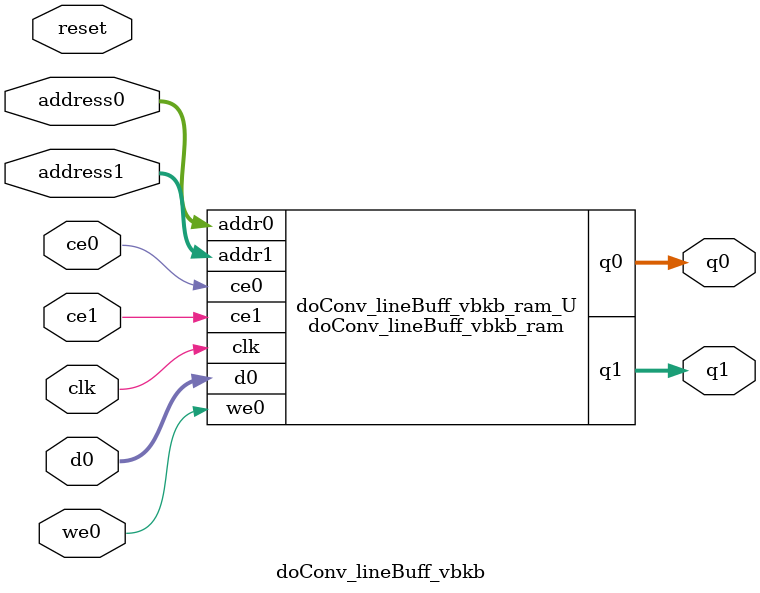
<source format=v>

`timescale 1 ns / 1 ps
module doConv_lineBuff_vbkb_ram (addr0, ce0, d0, we0, q0, addr1, ce1, q1,  clk);

parameter DWIDTH = 8;
parameter AWIDTH = 7;
parameter MEM_SIZE = 128;

input[AWIDTH-1:0] addr0;
input ce0;
input[DWIDTH-1:0] d0;
input we0;
output reg[DWIDTH-1:0] q0;
input[AWIDTH-1:0] addr1;
input ce1;
output reg[DWIDTH-1:0] q1;
input clk;

(* ram_style = "block" *)reg [DWIDTH-1:0] ram[0:MEM_SIZE-1];




always @(posedge clk)  
begin 
    if (ce0) 
    begin
        if (we0) 
        begin 
            ram[addr0] <= d0; 
            q0 <= d0;
        end 
        else 
            q0 <= ram[addr0];
    end
end


always @(posedge clk)  
begin 
    if (ce1) 
    begin
            q1 <= ram[addr1];
    end
end


endmodule


`timescale 1 ns / 1 ps
module doConv_lineBuff_vbkb(
    reset,
    clk,
    address0,
    ce0,
    we0,
    d0,
    q0,
    address1,
    ce1,
    q1);

parameter DataWidth = 32'd8;
parameter AddressRange = 32'd128;
parameter AddressWidth = 32'd7;
input reset;
input clk;
input[AddressWidth - 1:0] address0;
input ce0;
input we0;
input[DataWidth - 1:0] d0;
output[DataWidth - 1:0] q0;
input[AddressWidth - 1:0] address1;
input ce1;
output[DataWidth - 1:0] q1;



doConv_lineBuff_vbkb_ram doConv_lineBuff_vbkb_ram_U(
    .clk( clk ),
    .addr0( address0 ),
    .ce0( ce0 ),
    .d0( d0 ),
    .we0( we0 ),
    .q0( q0 ),
    .addr1( address1 ),
    .ce1( ce1 ),
    .q1( q1 ));

endmodule


</source>
